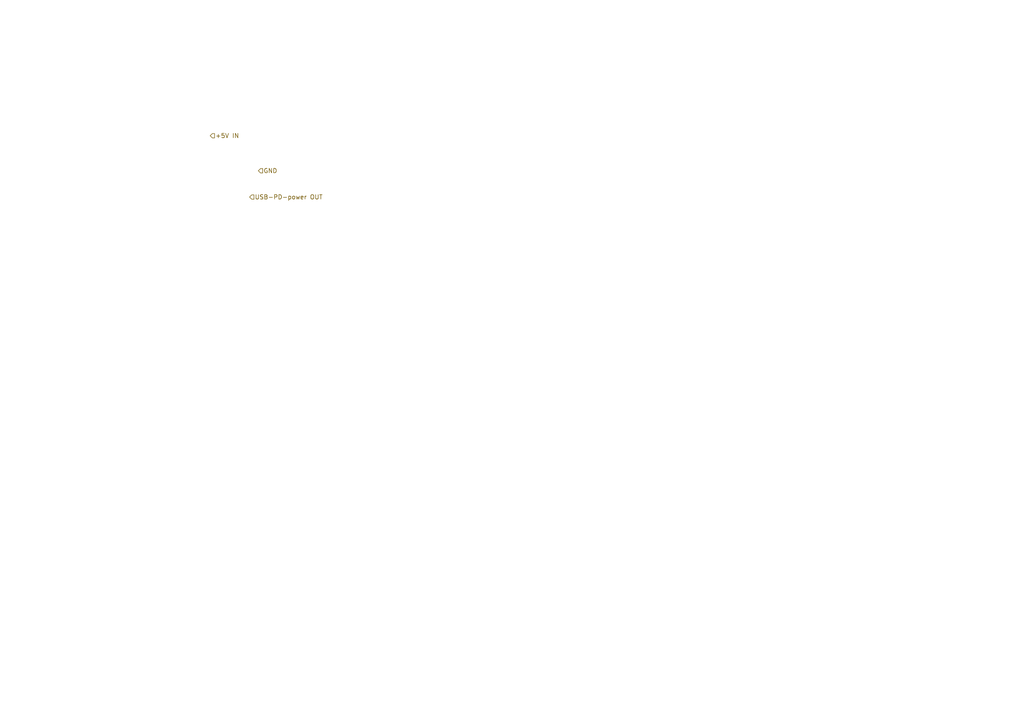
<source format=kicad_sch>
(kicad_sch
	(version 20250114)
	(generator "eeschema")
	(generator_version "9.0")
	(uuid "412378b3-ab35-4b42-83fc-4ee1f7f7c35e")
	(paper "A4")
	(lib_symbols)
	(hierarchical_label "+5V IN"
		(shape input)
		(at 60.96 39.37 0)
		(effects
			(font
				(size 1.27 1.27)
			)
			(justify left)
		)
		(uuid "2fca5b2a-8f95-49e1-92ef-bad66ab4fe08")
	)
	(hierarchical_label "GND"
		(shape input)
		(at 74.93 49.53 0)
		(effects
			(font
				(size 1.27 1.27)
			)
			(justify left)
		)
		(uuid "5335d92b-0d11-4103-96d7-e95e61e22f02")
	)
	(hierarchical_label "USB-PD-power OUT"
		(shape input)
		(at 72.39 57.15 0)
		(effects
			(font
				(size 1.27 1.27)
			)
			(justify left)
		)
		(uuid "a3ee33ca-d5a4-4092-9703-ec1645f50088")
	)
)

</source>
